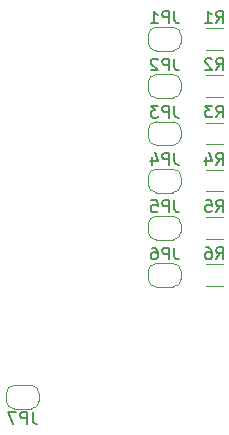
<source format=gbr>
%TF.GenerationSoftware,KiCad,Pcbnew,9.0.0*%
%TF.CreationDate,2025-07-15T20:53:44+01:00*%
%TF.ProjectId,debug,64656275-672e-46b6-9963-61645f706362,rev?*%
%TF.SameCoordinates,Original*%
%TF.FileFunction,Legend,Bot*%
%TF.FilePolarity,Positive*%
%FSLAX46Y46*%
G04 Gerber Fmt 4.6, Leading zero omitted, Abs format (unit mm)*
G04 Created by KiCad (PCBNEW 9.0.0) date 2025-07-15 20:53:44*
%MOMM*%
%LPD*%
G01*
G04 APERTURE LIST*
%ADD10C,0.150000*%
%ADD11C,0.120000*%
G04 APERTURE END LIST*
D10*
X188311666Y-92834819D02*
X188644999Y-92358628D01*
X188883094Y-92834819D02*
X188883094Y-91834819D01*
X188883094Y-91834819D02*
X188502142Y-91834819D01*
X188502142Y-91834819D02*
X188406904Y-91882438D01*
X188406904Y-91882438D02*
X188359285Y-91930057D01*
X188359285Y-91930057D02*
X188311666Y-92025295D01*
X188311666Y-92025295D02*
X188311666Y-92168152D01*
X188311666Y-92168152D02*
X188359285Y-92263390D01*
X188359285Y-92263390D02*
X188406904Y-92311009D01*
X188406904Y-92311009D02*
X188502142Y-92358628D01*
X188502142Y-92358628D02*
X188883094Y-92358628D01*
X187930713Y-91930057D02*
X187883094Y-91882438D01*
X187883094Y-91882438D02*
X187787856Y-91834819D01*
X187787856Y-91834819D02*
X187549761Y-91834819D01*
X187549761Y-91834819D02*
X187454523Y-91882438D01*
X187454523Y-91882438D02*
X187406904Y-91930057D01*
X187406904Y-91930057D02*
X187359285Y-92025295D01*
X187359285Y-92025295D02*
X187359285Y-92120533D01*
X187359285Y-92120533D02*
X187406904Y-92263390D01*
X187406904Y-92263390D02*
X187978332Y-92834819D01*
X187978332Y-92834819D02*
X187359285Y-92834819D01*
X188311666Y-100834819D02*
X188644999Y-100358628D01*
X188883094Y-100834819D02*
X188883094Y-99834819D01*
X188883094Y-99834819D02*
X188502142Y-99834819D01*
X188502142Y-99834819D02*
X188406904Y-99882438D01*
X188406904Y-99882438D02*
X188359285Y-99930057D01*
X188359285Y-99930057D02*
X188311666Y-100025295D01*
X188311666Y-100025295D02*
X188311666Y-100168152D01*
X188311666Y-100168152D02*
X188359285Y-100263390D01*
X188359285Y-100263390D02*
X188406904Y-100311009D01*
X188406904Y-100311009D02*
X188502142Y-100358628D01*
X188502142Y-100358628D02*
X188883094Y-100358628D01*
X187454523Y-100168152D02*
X187454523Y-100834819D01*
X187692618Y-99787200D02*
X187930713Y-100501485D01*
X187930713Y-100501485D02*
X187311666Y-100501485D01*
X184778333Y-91854819D02*
X184778333Y-92569104D01*
X184778333Y-92569104D02*
X184825952Y-92711961D01*
X184825952Y-92711961D02*
X184921190Y-92807200D01*
X184921190Y-92807200D02*
X185064047Y-92854819D01*
X185064047Y-92854819D02*
X185159285Y-92854819D01*
X184302142Y-92854819D02*
X184302142Y-91854819D01*
X184302142Y-91854819D02*
X183921190Y-91854819D01*
X183921190Y-91854819D02*
X183825952Y-91902438D01*
X183825952Y-91902438D02*
X183778333Y-91950057D01*
X183778333Y-91950057D02*
X183730714Y-92045295D01*
X183730714Y-92045295D02*
X183730714Y-92188152D01*
X183730714Y-92188152D02*
X183778333Y-92283390D01*
X183778333Y-92283390D02*
X183825952Y-92331009D01*
X183825952Y-92331009D02*
X183921190Y-92378628D01*
X183921190Y-92378628D02*
X184302142Y-92378628D01*
X183349761Y-91950057D02*
X183302142Y-91902438D01*
X183302142Y-91902438D02*
X183206904Y-91854819D01*
X183206904Y-91854819D02*
X182968809Y-91854819D01*
X182968809Y-91854819D02*
X182873571Y-91902438D01*
X182873571Y-91902438D02*
X182825952Y-91950057D01*
X182825952Y-91950057D02*
X182778333Y-92045295D01*
X182778333Y-92045295D02*
X182778333Y-92140533D01*
X182778333Y-92140533D02*
X182825952Y-92283390D01*
X182825952Y-92283390D02*
X183397380Y-92854819D01*
X183397380Y-92854819D02*
X182778333Y-92854819D01*
X184778333Y-87854819D02*
X184778333Y-88569104D01*
X184778333Y-88569104D02*
X184825952Y-88711961D01*
X184825952Y-88711961D02*
X184921190Y-88807200D01*
X184921190Y-88807200D02*
X185064047Y-88854819D01*
X185064047Y-88854819D02*
X185159285Y-88854819D01*
X184302142Y-88854819D02*
X184302142Y-87854819D01*
X184302142Y-87854819D02*
X183921190Y-87854819D01*
X183921190Y-87854819D02*
X183825952Y-87902438D01*
X183825952Y-87902438D02*
X183778333Y-87950057D01*
X183778333Y-87950057D02*
X183730714Y-88045295D01*
X183730714Y-88045295D02*
X183730714Y-88188152D01*
X183730714Y-88188152D02*
X183778333Y-88283390D01*
X183778333Y-88283390D02*
X183825952Y-88331009D01*
X183825952Y-88331009D02*
X183921190Y-88378628D01*
X183921190Y-88378628D02*
X184302142Y-88378628D01*
X182778333Y-88854819D02*
X183349761Y-88854819D01*
X183064047Y-88854819D02*
X183064047Y-87854819D01*
X183064047Y-87854819D02*
X183159285Y-87997676D01*
X183159285Y-87997676D02*
X183254523Y-88092914D01*
X183254523Y-88092914D02*
X183349761Y-88140533D01*
X188311666Y-96834819D02*
X188644999Y-96358628D01*
X188883094Y-96834819D02*
X188883094Y-95834819D01*
X188883094Y-95834819D02*
X188502142Y-95834819D01*
X188502142Y-95834819D02*
X188406904Y-95882438D01*
X188406904Y-95882438D02*
X188359285Y-95930057D01*
X188359285Y-95930057D02*
X188311666Y-96025295D01*
X188311666Y-96025295D02*
X188311666Y-96168152D01*
X188311666Y-96168152D02*
X188359285Y-96263390D01*
X188359285Y-96263390D02*
X188406904Y-96311009D01*
X188406904Y-96311009D02*
X188502142Y-96358628D01*
X188502142Y-96358628D02*
X188883094Y-96358628D01*
X187978332Y-95834819D02*
X187359285Y-95834819D01*
X187359285Y-95834819D02*
X187692618Y-96215771D01*
X187692618Y-96215771D02*
X187549761Y-96215771D01*
X187549761Y-96215771D02*
X187454523Y-96263390D01*
X187454523Y-96263390D02*
X187406904Y-96311009D01*
X187406904Y-96311009D02*
X187359285Y-96406247D01*
X187359285Y-96406247D02*
X187359285Y-96644342D01*
X187359285Y-96644342D02*
X187406904Y-96739580D01*
X187406904Y-96739580D02*
X187454523Y-96787200D01*
X187454523Y-96787200D02*
X187549761Y-96834819D01*
X187549761Y-96834819D02*
X187835475Y-96834819D01*
X187835475Y-96834819D02*
X187930713Y-96787200D01*
X187930713Y-96787200D02*
X187978332Y-96739580D01*
X172763333Y-121774819D02*
X172763333Y-122489104D01*
X172763333Y-122489104D02*
X172810952Y-122631961D01*
X172810952Y-122631961D02*
X172906190Y-122727200D01*
X172906190Y-122727200D02*
X173049047Y-122774819D01*
X173049047Y-122774819D02*
X173144285Y-122774819D01*
X172287142Y-122774819D02*
X172287142Y-121774819D01*
X172287142Y-121774819D02*
X171906190Y-121774819D01*
X171906190Y-121774819D02*
X171810952Y-121822438D01*
X171810952Y-121822438D02*
X171763333Y-121870057D01*
X171763333Y-121870057D02*
X171715714Y-121965295D01*
X171715714Y-121965295D02*
X171715714Y-122108152D01*
X171715714Y-122108152D02*
X171763333Y-122203390D01*
X171763333Y-122203390D02*
X171810952Y-122251009D01*
X171810952Y-122251009D02*
X171906190Y-122298628D01*
X171906190Y-122298628D02*
X172287142Y-122298628D01*
X171382380Y-121774819D02*
X170715714Y-121774819D01*
X170715714Y-121774819D02*
X171144285Y-122774819D01*
X184778333Y-107854819D02*
X184778333Y-108569104D01*
X184778333Y-108569104D02*
X184825952Y-108711961D01*
X184825952Y-108711961D02*
X184921190Y-108807200D01*
X184921190Y-108807200D02*
X185064047Y-108854819D01*
X185064047Y-108854819D02*
X185159285Y-108854819D01*
X184302142Y-108854819D02*
X184302142Y-107854819D01*
X184302142Y-107854819D02*
X183921190Y-107854819D01*
X183921190Y-107854819D02*
X183825952Y-107902438D01*
X183825952Y-107902438D02*
X183778333Y-107950057D01*
X183778333Y-107950057D02*
X183730714Y-108045295D01*
X183730714Y-108045295D02*
X183730714Y-108188152D01*
X183730714Y-108188152D02*
X183778333Y-108283390D01*
X183778333Y-108283390D02*
X183825952Y-108331009D01*
X183825952Y-108331009D02*
X183921190Y-108378628D01*
X183921190Y-108378628D02*
X184302142Y-108378628D01*
X182873571Y-107854819D02*
X183064047Y-107854819D01*
X183064047Y-107854819D02*
X183159285Y-107902438D01*
X183159285Y-107902438D02*
X183206904Y-107950057D01*
X183206904Y-107950057D02*
X183302142Y-108092914D01*
X183302142Y-108092914D02*
X183349761Y-108283390D01*
X183349761Y-108283390D02*
X183349761Y-108664342D01*
X183349761Y-108664342D02*
X183302142Y-108759580D01*
X183302142Y-108759580D02*
X183254523Y-108807200D01*
X183254523Y-108807200D02*
X183159285Y-108854819D01*
X183159285Y-108854819D02*
X182968809Y-108854819D01*
X182968809Y-108854819D02*
X182873571Y-108807200D01*
X182873571Y-108807200D02*
X182825952Y-108759580D01*
X182825952Y-108759580D02*
X182778333Y-108664342D01*
X182778333Y-108664342D02*
X182778333Y-108426247D01*
X182778333Y-108426247D02*
X182825952Y-108331009D01*
X182825952Y-108331009D02*
X182873571Y-108283390D01*
X182873571Y-108283390D02*
X182968809Y-108235771D01*
X182968809Y-108235771D02*
X183159285Y-108235771D01*
X183159285Y-108235771D02*
X183254523Y-108283390D01*
X183254523Y-108283390D02*
X183302142Y-108331009D01*
X183302142Y-108331009D02*
X183349761Y-108426247D01*
X188311666Y-88834819D02*
X188644999Y-88358628D01*
X188883094Y-88834819D02*
X188883094Y-87834819D01*
X188883094Y-87834819D02*
X188502142Y-87834819D01*
X188502142Y-87834819D02*
X188406904Y-87882438D01*
X188406904Y-87882438D02*
X188359285Y-87930057D01*
X188359285Y-87930057D02*
X188311666Y-88025295D01*
X188311666Y-88025295D02*
X188311666Y-88168152D01*
X188311666Y-88168152D02*
X188359285Y-88263390D01*
X188359285Y-88263390D02*
X188406904Y-88311009D01*
X188406904Y-88311009D02*
X188502142Y-88358628D01*
X188502142Y-88358628D02*
X188883094Y-88358628D01*
X187359285Y-88834819D02*
X187930713Y-88834819D01*
X187644999Y-88834819D02*
X187644999Y-87834819D01*
X187644999Y-87834819D02*
X187740237Y-87977676D01*
X187740237Y-87977676D02*
X187835475Y-88072914D01*
X187835475Y-88072914D02*
X187930713Y-88120533D01*
X184778333Y-95854819D02*
X184778333Y-96569104D01*
X184778333Y-96569104D02*
X184825952Y-96711961D01*
X184825952Y-96711961D02*
X184921190Y-96807200D01*
X184921190Y-96807200D02*
X185064047Y-96854819D01*
X185064047Y-96854819D02*
X185159285Y-96854819D01*
X184302142Y-96854819D02*
X184302142Y-95854819D01*
X184302142Y-95854819D02*
X183921190Y-95854819D01*
X183921190Y-95854819D02*
X183825952Y-95902438D01*
X183825952Y-95902438D02*
X183778333Y-95950057D01*
X183778333Y-95950057D02*
X183730714Y-96045295D01*
X183730714Y-96045295D02*
X183730714Y-96188152D01*
X183730714Y-96188152D02*
X183778333Y-96283390D01*
X183778333Y-96283390D02*
X183825952Y-96331009D01*
X183825952Y-96331009D02*
X183921190Y-96378628D01*
X183921190Y-96378628D02*
X184302142Y-96378628D01*
X183397380Y-95854819D02*
X182778333Y-95854819D01*
X182778333Y-95854819D02*
X183111666Y-96235771D01*
X183111666Y-96235771D02*
X182968809Y-96235771D01*
X182968809Y-96235771D02*
X182873571Y-96283390D01*
X182873571Y-96283390D02*
X182825952Y-96331009D01*
X182825952Y-96331009D02*
X182778333Y-96426247D01*
X182778333Y-96426247D02*
X182778333Y-96664342D01*
X182778333Y-96664342D02*
X182825952Y-96759580D01*
X182825952Y-96759580D02*
X182873571Y-96807200D01*
X182873571Y-96807200D02*
X182968809Y-96854819D01*
X182968809Y-96854819D02*
X183254523Y-96854819D01*
X183254523Y-96854819D02*
X183349761Y-96807200D01*
X183349761Y-96807200D02*
X183397380Y-96759580D01*
X188311666Y-108834819D02*
X188644999Y-108358628D01*
X188883094Y-108834819D02*
X188883094Y-107834819D01*
X188883094Y-107834819D02*
X188502142Y-107834819D01*
X188502142Y-107834819D02*
X188406904Y-107882438D01*
X188406904Y-107882438D02*
X188359285Y-107930057D01*
X188359285Y-107930057D02*
X188311666Y-108025295D01*
X188311666Y-108025295D02*
X188311666Y-108168152D01*
X188311666Y-108168152D02*
X188359285Y-108263390D01*
X188359285Y-108263390D02*
X188406904Y-108311009D01*
X188406904Y-108311009D02*
X188502142Y-108358628D01*
X188502142Y-108358628D02*
X188883094Y-108358628D01*
X187454523Y-107834819D02*
X187644999Y-107834819D01*
X187644999Y-107834819D02*
X187740237Y-107882438D01*
X187740237Y-107882438D02*
X187787856Y-107930057D01*
X187787856Y-107930057D02*
X187883094Y-108072914D01*
X187883094Y-108072914D02*
X187930713Y-108263390D01*
X187930713Y-108263390D02*
X187930713Y-108644342D01*
X187930713Y-108644342D02*
X187883094Y-108739580D01*
X187883094Y-108739580D02*
X187835475Y-108787200D01*
X187835475Y-108787200D02*
X187740237Y-108834819D01*
X187740237Y-108834819D02*
X187549761Y-108834819D01*
X187549761Y-108834819D02*
X187454523Y-108787200D01*
X187454523Y-108787200D02*
X187406904Y-108739580D01*
X187406904Y-108739580D02*
X187359285Y-108644342D01*
X187359285Y-108644342D02*
X187359285Y-108406247D01*
X187359285Y-108406247D02*
X187406904Y-108311009D01*
X187406904Y-108311009D02*
X187454523Y-108263390D01*
X187454523Y-108263390D02*
X187549761Y-108215771D01*
X187549761Y-108215771D02*
X187740237Y-108215771D01*
X187740237Y-108215771D02*
X187835475Y-108263390D01*
X187835475Y-108263390D02*
X187883094Y-108311009D01*
X187883094Y-108311009D02*
X187930713Y-108406247D01*
X184778333Y-103854819D02*
X184778333Y-104569104D01*
X184778333Y-104569104D02*
X184825952Y-104711961D01*
X184825952Y-104711961D02*
X184921190Y-104807200D01*
X184921190Y-104807200D02*
X185064047Y-104854819D01*
X185064047Y-104854819D02*
X185159285Y-104854819D01*
X184302142Y-104854819D02*
X184302142Y-103854819D01*
X184302142Y-103854819D02*
X183921190Y-103854819D01*
X183921190Y-103854819D02*
X183825952Y-103902438D01*
X183825952Y-103902438D02*
X183778333Y-103950057D01*
X183778333Y-103950057D02*
X183730714Y-104045295D01*
X183730714Y-104045295D02*
X183730714Y-104188152D01*
X183730714Y-104188152D02*
X183778333Y-104283390D01*
X183778333Y-104283390D02*
X183825952Y-104331009D01*
X183825952Y-104331009D02*
X183921190Y-104378628D01*
X183921190Y-104378628D02*
X184302142Y-104378628D01*
X182825952Y-103854819D02*
X183302142Y-103854819D01*
X183302142Y-103854819D02*
X183349761Y-104331009D01*
X183349761Y-104331009D02*
X183302142Y-104283390D01*
X183302142Y-104283390D02*
X183206904Y-104235771D01*
X183206904Y-104235771D02*
X182968809Y-104235771D01*
X182968809Y-104235771D02*
X182873571Y-104283390D01*
X182873571Y-104283390D02*
X182825952Y-104331009D01*
X182825952Y-104331009D02*
X182778333Y-104426247D01*
X182778333Y-104426247D02*
X182778333Y-104664342D01*
X182778333Y-104664342D02*
X182825952Y-104759580D01*
X182825952Y-104759580D02*
X182873571Y-104807200D01*
X182873571Y-104807200D02*
X182968809Y-104854819D01*
X182968809Y-104854819D02*
X183206904Y-104854819D01*
X183206904Y-104854819D02*
X183302142Y-104807200D01*
X183302142Y-104807200D02*
X183349761Y-104759580D01*
X188311666Y-104834819D02*
X188644999Y-104358628D01*
X188883094Y-104834819D02*
X188883094Y-103834819D01*
X188883094Y-103834819D02*
X188502142Y-103834819D01*
X188502142Y-103834819D02*
X188406904Y-103882438D01*
X188406904Y-103882438D02*
X188359285Y-103930057D01*
X188359285Y-103930057D02*
X188311666Y-104025295D01*
X188311666Y-104025295D02*
X188311666Y-104168152D01*
X188311666Y-104168152D02*
X188359285Y-104263390D01*
X188359285Y-104263390D02*
X188406904Y-104311009D01*
X188406904Y-104311009D02*
X188502142Y-104358628D01*
X188502142Y-104358628D02*
X188883094Y-104358628D01*
X187406904Y-103834819D02*
X187883094Y-103834819D01*
X187883094Y-103834819D02*
X187930713Y-104311009D01*
X187930713Y-104311009D02*
X187883094Y-104263390D01*
X187883094Y-104263390D02*
X187787856Y-104215771D01*
X187787856Y-104215771D02*
X187549761Y-104215771D01*
X187549761Y-104215771D02*
X187454523Y-104263390D01*
X187454523Y-104263390D02*
X187406904Y-104311009D01*
X187406904Y-104311009D02*
X187359285Y-104406247D01*
X187359285Y-104406247D02*
X187359285Y-104644342D01*
X187359285Y-104644342D02*
X187406904Y-104739580D01*
X187406904Y-104739580D02*
X187454523Y-104787200D01*
X187454523Y-104787200D02*
X187549761Y-104834819D01*
X187549761Y-104834819D02*
X187787856Y-104834819D01*
X187787856Y-104834819D02*
X187883094Y-104787200D01*
X187883094Y-104787200D02*
X187930713Y-104739580D01*
X184778333Y-99854819D02*
X184778333Y-100569104D01*
X184778333Y-100569104D02*
X184825952Y-100711961D01*
X184825952Y-100711961D02*
X184921190Y-100807200D01*
X184921190Y-100807200D02*
X185064047Y-100854819D01*
X185064047Y-100854819D02*
X185159285Y-100854819D01*
X184302142Y-100854819D02*
X184302142Y-99854819D01*
X184302142Y-99854819D02*
X183921190Y-99854819D01*
X183921190Y-99854819D02*
X183825952Y-99902438D01*
X183825952Y-99902438D02*
X183778333Y-99950057D01*
X183778333Y-99950057D02*
X183730714Y-100045295D01*
X183730714Y-100045295D02*
X183730714Y-100188152D01*
X183730714Y-100188152D02*
X183778333Y-100283390D01*
X183778333Y-100283390D02*
X183825952Y-100331009D01*
X183825952Y-100331009D02*
X183921190Y-100378628D01*
X183921190Y-100378628D02*
X184302142Y-100378628D01*
X182873571Y-100188152D02*
X182873571Y-100854819D01*
X183111666Y-99807200D02*
X183349761Y-100521485D01*
X183349761Y-100521485D02*
X182730714Y-100521485D01*
D11*
%TO.C,R2*%
X188872064Y-93290000D02*
X187417936Y-93290000D01*
X188872064Y-95110000D02*
X187417936Y-95110000D01*
%TO.C,R4*%
X188872064Y-101290000D02*
X187417936Y-101290000D01*
X188872064Y-103110000D02*
X187417936Y-103110000D01*
%TO.C,JP2*%
X182545000Y-93900000D02*
X182545000Y-94500000D01*
X183245000Y-95200000D02*
X184645000Y-95200000D01*
X184645000Y-93200000D02*
X183245000Y-93200000D01*
X185345000Y-94500000D02*
X185345000Y-93900000D01*
X182545000Y-93900000D02*
G75*
G02*
X183245000Y-93200000I700000J0D01*
G01*
X183245000Y-95200000D02*
G75*
G02*
X182545000Y-94500000I0J700000D01*
G01*
X184645000Y-93200000D02*
G75*
G02*
X185345000Y-93900000I1J-699999D01*
G01*
X185345000Y-94500000D02*
G75*
G02*
X184645000Y-95200000I-699999J-1D01*
G01*
%TO.C,JP1*%
X182545000Y-89900000D02*
X182545000Y-90500000D01*
X183245000Y-91200000D02*
X184645000Y-91200000D01*
X184645000Y-89200000D02*
X183245000Y-89200000D01*
X185345000Y-90500000D02*
X185345000Y-89900000D01*
X182545000Y-89900000D02*
G75*
G02*
X183245000Y-89200000I700000J0D01*
G01*
X183245000Y-91200000D02*
G75*
G02*
X182545000Y-90500000I0J700000D01*
G01*
X184645000Y-89200000D02*
G75*
G02*
X185345000Y-89900000I1J-699999D01*
G01*
X185345000Y-90500000D02*
G75*
G02*
X184645000Y-91200000I-699999J-1D01*
G01*
%TO.C,R3*%
X188872064Y-97290000D02*
X187417936Y-97290000D01*
X188872064Y-99110000D02*
X187417936Y-99110000D01*
%TO.C,JP7*%
X170530000Y-120220000D02*
X170530000Y-120820000D01*
X171230000Y-121520000D02*
X172630000Y-121520000D01*
X172630000Y-119520000D02*
X171230000Y-119520000D01*
X173330000Y-120820000D02*
X173330000Y-120220000D01*
X170530000Y-120220000D02*
G75*
G02*
X171230000Y-119520000I699999J1D01*
G01*
X171230000Y-121520000D02*
G75*
G02*
X170530000Y-120820000I-1J699999D01*
G01*
X172630000Y-119520000D02*
G75*
G02*
X173330000Y-120220000I0J-700000D01*
G01*
X173330000Y-120820000D02*
G75*
G02*
X172630000Y-121520000I-700000J0D01*
G01*
%TO.C,JP6*%
X182545000Y-109900000D02*
X182545000Y-110500000D01*
X183245000Y-111200000D02*
X184645000Y-111200000D01*
X184645000Y-109200000D02*
X183245000Y-109200000D01*
X185345000Y-110500000D02*
X185345000Y-109900000D01*
X182545000Y-109900000D02*
G75*
G02*
X183245000Y-109200000I700000J0D01*
G01*
X183245000Y-111200000D02*
G75*
G02*
X182545000Y-110500000I0J700000D01*
G01*
X184645000Y-109200000D02*
G75*
G02*
X185345000Y-109900000I1J-699999D01*
G01*
X185345000Y-110500000D02*
G75*
G02*
X184645000Y-111200000I-699999J-1D01*
G01*
%TO.C,R1*%
X188872064Y-89290000D02*
X187417936Y-89290000D01*
X188872064Y-91110000D02*
X187417936Y-91110000D01*
%TO.C,JP3*%
X182545000Y-97900000D02*
X182545000Y-98500000D01*
X183245000Y-99200000D02*
X184645000Y-99200000D01*
X184645000Y-97200000D02*
X183245000Y-97200000D01*
X185345000Y-98500000D02*
X185345000Y-97900000D01*
X182545000Y-97900000D02*
G75*
G02*
X183245000Y-97200000I700000J0D01*
G01*
X183245000Y-99200000D02*
G75*
G02*
X182545000Y-98500000I0J700000D01*
G01*
X184645000Y-97200000D02*
G75*
G02*
X185345000Y-97900000I1J-699999D01*
G01*
X185345000Y-98500000D02*
G75*
G02*
X184645000Y-99200000I-699999J-1D01*
G01*
%TO.C,R6*%
X188872064Y-109290000D02*
X187417936Y-109290000D01*
X188872064Y-111110000D02*
X187417936Y-111110000D01*
%TO.C,JP5*%
X182545000Y-105900000D02*
X182545000Y-106500000D01*
X183245000Y-107200000D02*
X184645000Y-107200000D01*
X184645000Y-105200000D02*
X183245000Y-105200000D01*
X185345000Y-106500000D02*
X185345000Y-105900000D01*
X182545000Y-105900000D02*
G75*
G02*
X183245000Y-105200000I700000J0D01*
G01*
X183245000Y-107200000D02*
G75*
G02*
X182545000Y-106500000I0J700000D01*
G01*
X184645000Y-105200000D02*
G75*
G02*
X185345000Y-105900000I1J-699999D01*
G01*
X185345000Y-106500000D02*
G75*
G02*
X184645000Y-107200000I-699999J-1D01*
G01*
%TO.C,R5*%
X188872064Y-105290000D02*
X187417936Y-105290000D01*
X188872064Y-107110000D02*
X187417936Y-107110000D01*
%TO.C,JP4*%
X182545000Y-101900000D02*
X182545000Y-102500000D01*
X183245000Y-103200000D02*
X184645000Y-103200000D01*
X184645000Y-101200000D02*
X183245000Y-101200000D01*
X185345000Y-102500000D02*
X185345000Y-101900000D01*
X182545000Y-101900000D02*
G75*
G02*
X183245000Y-101200000I700000J0D01*
G01*
X183245000Y-103200000D02*
G75*
G02*
X182545000Y-102500000I0J700000D01*
G01*
X184645000Y-101200000D02*
G75*
G02*
X185345000Y-101900000I1J-699999D01*
G01*
X185345000Y-102500000D02*
G75*
G02*
X184645000Y-103200000I-699999J-1D01*
G01*
%TD*%
M02*

</source>
